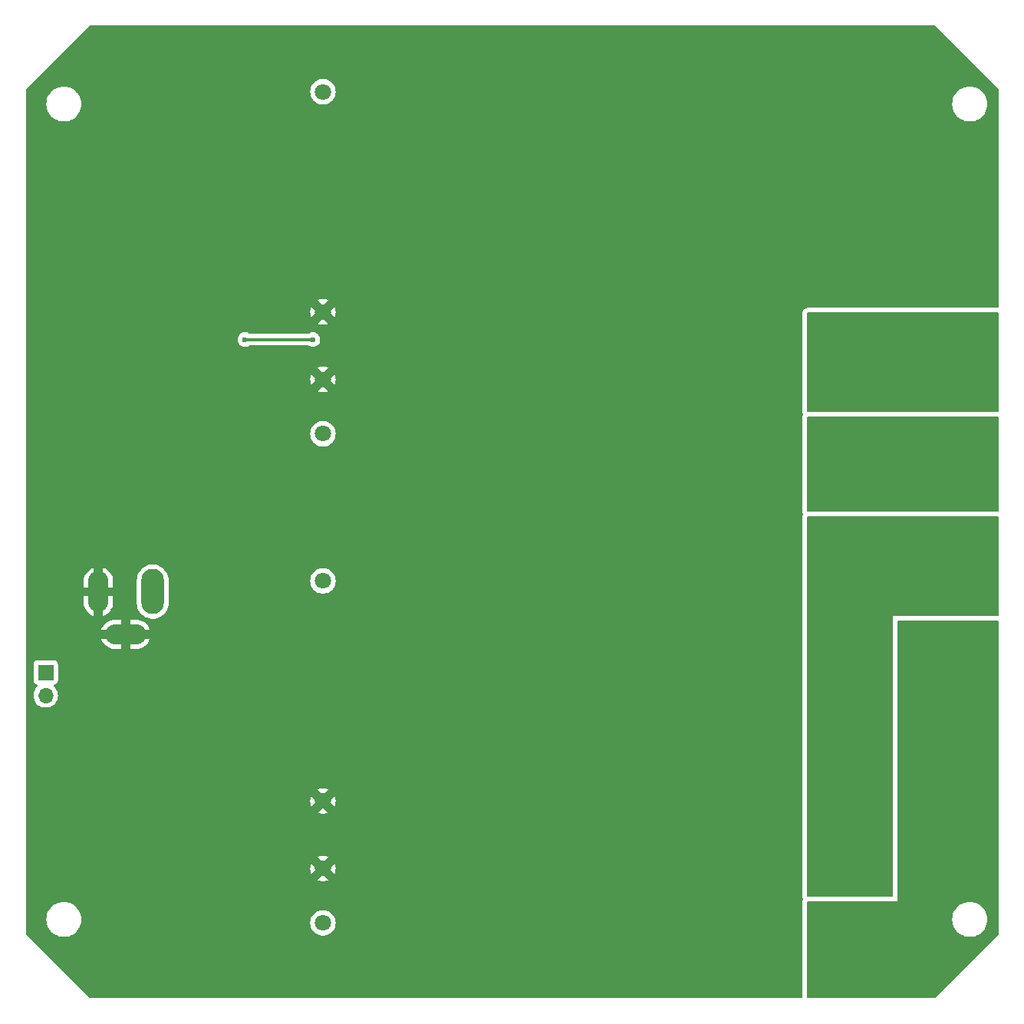
<source format=gbl>
G04 #@! TF.GenerationSoftware,KiCad,Pcbnew,7.0.7*
G04 #@! TF.CreationDate,2024-01-03T18:51:49-05:00*
G04 #@! TF.ProjectId,sunlight_pcb,73756e6c-6967-4687-945f-7063622e6b69,rev?*
G04 #@! TF.SameCoordinates,Original*
G04 #@! TF.FileFunction,Copper,L2,Bot*
G04 #@! TF.FilePolarity,Positive*
%FSLAX46Y46*%
G04 Gerber Fmt 4.6, Leading zero omitted, Abs format (unit mm)*
G04 Created by KiCad (PCBNEW 7.0.7) date 2024-01-03 18:51:49*
%MOMM*%
%LPD*%
G01*
G04 APERTURE LIST*
G04 Aperture macros list*
%AMRoundRect*
0 Rectangle with rounded corners*
0 $1 Rounding radius*
0 $2 $3 $4 $5 $6 $7 $8 $9 X,Y pos of 4 corners*
0 Add a 4 corners polygon primitive as box body*
4,1,4,$2,$3,$4,$5,$6,$7,$8,$9,$2,$3,0*
0 Add four circle primitives for the rounded corners*
1,1,$1+$1,$2,$3*
1,1,$1+$1,$4,$5*
1,1,$1+$1,$6,$7*
1,1,$1+$1,$8,$9*
0 Add four rect primitives between the rounded corners*
20,1,$1+$1,$2,$3,$4,$5,0*
20,1,$1+$1,$4,$5,$6,$7,0*
20,1,$1+$1,$6,$7,$8,$9,0*
20,1,$1+$1,$8,$9,$2,$3,0*%
G04 Aperture macros list end*
G04 #@! TA.AperFunction,ComponentPad*
%ADD10RoundRect,0.250002X-1.699998X-1.699998X1.699998X-1.699998X1.699998X1.699998X-1.699998X1.699998X0*%
G04 #@! TD*
G04 #@! TA.AperFunction,ComponentPad*
%ADD11RoundRect,0.250002X1.699998X1.699998X-1.699998X1.699998X-1.699998X-1.699998X1.699998X-1.699998X0*%
G04 #@! TD*
G04 #@! TA.AperFunction,ComponentPad*
%ADD12C,1.803400*%
G04 #@! TD*
G04 #@! TA.AperFunction,ComponentPad*
%ADD13O,1.700000X1.700000*%
G04 #@! TD*
G04 #@! TA.AperFunction,ComponentPad*
%ADD14R,1.700000X1.700000*%
G04 #@! TD*
G04 #@! TA.AperFunction,ComponentPad*
%ADD15O,4.500000X2.250000*%
G04 #@! TD*
G04 #@! TA.AperFunction,ComponentPad*
%ADD16O,2.250000X4.500000*%
G04 #@! TD*
G04 #@! TA.AperFunction,ComponentPad*
%ADD17O,2.500000X5.000000*%
G04 #@! TD*
G04 #@! TA.AperFunction,ViaPad*
%ADD18C,0.600000*%
G04 #@! TD*
G04 #@! TA.AperFunction,Conductor*
%ADD19C,0.300000*%
G04 #@! TD*
G04 APERTURE END LIST*
D10*
X186500000Y-107000000D03*
X186500000Y-97000000D03*
D11*
X186500000Y-83000000D03*
X186500000Y-73000000D03*
D12*
X176499997Y-130835101D03*
X176499997Y-136735101D03*
X115099997Y-135385101D03*
X115099997Y-129385101D03*
X115099997Y-121935100D03*
X115099997Y-97635101D03*
D13*
X84500000Y-110265000D03*
D14*
X84500000Y-107725000D03*
D15*
X93312500Y-103525000D03*
D16*
X90312500Y-98825000D03*
D17*
X96312500Y-98825000D03*
D12*
X176499997Y-76835101D03*
X176499997Y-82735101D03*
X115099997Y-81385101D03*
X115099997Y-75385101D03*
X115099997Y-67935100D03*
X115099997Y-43635101D03*
D18*
X95500000Y-72000000D03*
X88000000Y-101500000D03*
X87500000Y-99000000D03*
X92500000Y-96000000D03*
X91500000Y-95000000D03*
X95000000Y-106000000D03*
X93500000Y-101000000D03*
X88000000Y-69000000D03*
X88500000Y-72500000D03*
X104500000Y-110500000D03*
X100500000Y-110500000D03*
X100500000Y-103500000D03*
X100500000Y-102500000D03*
X99000000Y-128000000D03*
X87000000Y-110000000D03*
X91500000Y-111000000D03*
X93500000Y-106500000D03*
X98500000Y-105500000D03*
X185000000Y-120000000D03*
X180500000Y-140000000D03*
X174500000Y-95000000D03*
X173000000Y-116500000D03*
X179000000Y-86000000D03*
X173000000Y-86000000D03*
X180000000Y-72500000D03*
X173500000Y-72500000D03*
X154000000Y-108000000D03*
X134500000Y-109000000D03*
X154500000Y-65000000D03*
X135000000Y-65000000D03*
X86500000Y-60500000D03*
X106000000Y-53500000D03*
X105500000Y-63500000D03*
X105500000Y-60500000D03*
X91500000Y-72000000D03*
X99500000Y-72000000D03*
X114000000Y-71000000D03*
X106500000Y-71000000D03*
D19*
X106500000Y-71000000D02*
X114000000Y-71000000D01*
G04 #@! TA.AperFunction,Conductor*
G36*
X189642539Y-90525185D02*
G01*
X189688294Y-90577989D01*
X189699500Y-90629500D01*
X189699500Y-101370500D01*
X189679815Y-101437539D01*
X189627011Y-101483294D01*
X189575500Y-101494500D01*
X178624000Y-101494500D01*
X178623991Y-101494500D01*
X178623990Y-101494501D01*
X178576155Y-101499644D01*
X178569523Y-101500000D01*
X178000000Y-101500000D01*
X178000000Y-102076877D01*
X177998738Y-102094523D01*
X177994500Y-102123998D01*
X177994500Y-132370500D01*
X177974815Y-132437539D01*
X177922011Y-132483294D01*
X177870500Y-132494500D01*
X168624000Y-132494500D01*
X168556961Y-132474815D01*
X168511206Y-132422011D01*
X168500000Y-132370500D01*
X168500000Y-90629500D01*
X168519685Y-90562461D01*
X168572489Y-90516706D01*
X168624000Y-90505500D01*
X189575500Y-90505500D01*
X189642539Y-90525185D01*
G37*
G04 #@! TD.AperFunction*
G04 #@! TA.AperFunction,Conductor*
G36*
X189642539Y-102019685D02*
G01*
X189688294Y-102072489D01*
X189699500Y-102124000D01*
X189699500Y-136574166D01*
X189679815Y-136641205D01*
X189663181Y-136661847D01*
X182661848Y-143663181D01*
X182600525Y-143696666D01*
X182574167Y-143699500D01*
X168624000Y-143699500D01*
X168556961Y-143679815D01*
X168511206Y-143627011D01*
X168500000Y-143575500D01*
X168500000Y-135000001D01*
X184564569Y-135000001D01*
X184584269Y-135275442D01*
X184584270Y-135275449D01*
X184642966Y-135545267D01*
X184642968Y-135545274D01*
X184702884Y-135705917D01*
X184739470Y-135804008D01*
X184739472Y-135804012D01*
X184871808Y-136046367D01*
X184871813Y-136046375D01*
X185037292Y-136267430D01*
X185037308Y-136267448D01*
X185232551Y-136462691D01*
X185232569Y-136462707D01*
X185453624Y-136628186D01*
X185453632Y-136628191D01*
X185695987Y-136760527D01*
X185695991Y-136760529D01*
X185695993Y-136760530D01*
X185954726Y-136857032D01*
X186224559Y-136915731D01*
X186431056Y-136930500D01*
X186568944Y-136930500D01*
X186775441Y-136915731D01*
X187045274Y-136857032D01*
X187304007Y-136760530D01*
X187546373Y-136628188D01*
X187767438Y-136462701D01*
X187962701Y-136267438D01*
X188128188Y-136046373D01*
X188260530Y-135804007D01*
X188357032Y-135545274D01*
X188415731Y-135275441D01*
X188435431Y-135000000D01*
X188415731Y-134724559D01*
X188357032Y-134454726D01*
X188260530Y-134195993D01*
X188128188Y-133953627D01*
X188128186Y-133953624D01*
X187962707Y-133732569D01*
X187962691Y-133732551D01*
X187767448Y-133537308D01*
X187767430Y-133537292D01*
X187546375Y-133371813D01*
X187546367Y-133371808D01*
X187304012Y-133239472D01*
X187304008Y-133239470D01*
X187205917Y-133202884D01*
X187045274Y-133142968D01*
X187045270Y-133142967D01*
X187045267Y-133142966D01*
X186775449Y-133084270D01*
X186775442Y-133084269D01*
X186568944Y-133069500D01*
X186431056Y-133069500D01*
X186224557Y-133084269D01*
X186224550Y-133084270D01*
X185954732Y-133142966D01*
X185954727Y-133142967D01*
X185954726Y-133142968D01*
X185892172Y-133166299D01*
X185695991Y-133239470D01*
X185695987Y-133239472D01*
X185453632Y-133371808D01*
X185453624Y-133371813D01*
X185232569Y-133537292D01*
X185232551Y-133537308D01*
X185037308Y-133732551D01*
X185037292Y-133732569D01*
X184871813Y-133953624D01*
X184871808Y-133953632D01*
X184739472Y-134195987D01*
X184739470Y-134195991D01*
X184642966Y-134454732D01*
X184584270Y-134724550D01*
X184584269Y-134724557D01*
X184564569Y-134999998D01*
X184564569Y-135000001D01*
X168500000Y-135000001D01*
X168500000Y-133124000D01*
X168519685Y-133056961D01*
X168572489Y-133011206D01*
X168624000Y-133000000D01*
X178500000Y-133000000D01*
X178500000Y-102124000D01*
X178519685Y-102056961D01*
X178572489Y-102011206D01*
X178624000Y-102000000D01*
X189575500Y-102000000D01*
X189642539Y-102019685D01*
G37*
G04 #@! TD.AperFunction*
G04 #@! TA.AperFunction,Conductor*
G36*
X189642539Y-68019685D02*
G01*
X189688294Y-68072489D01*
X189699500Y-68124000D01*
X189699500Y-78870500D01*
X189679815Y-78937539D01*
X189627011Y-78983294D01*
X189575500Y-78994500D01*
X168624000Y-78994500D01*
X168556961Y-78974815D01*
X168511206Y-78922011D01*
X168500000Y-78870500D01*
X168500000Y-68124000D01*
X168519685Y-68056961D01*
X168572489Y-68011206D01*
X168624000Y-68000000D01*
X189575500Y-68000000D01*
X189642539Y-68019685D01*
G37*
G04 #@! TD.AperFunction*
G04 #@! TA.AperFunction,Conductor*
G36*
X189642539Y-79519685D02*
G01*
X189688294Y-79572489D01*
X189699500Y-79624000D01*
X189699500Y-89876000D01*
X189679815Y-89943039D01*
X189627011Y-89988794D01*
X189575500Y-90000000D01*
X168624000Y-90000000D01*
X168556961Y-89980315D01*
X168511206Y-89927511D01*
X168500000Y-89876000D01*
X168500000Y-79624000D01*
X168519685Y-79556961D01*
X168572489Y-79511206D01*
X168624000Y-79500000D01*
X189575500Y-79500000D01*
X189642539Y-79519685D01*
G37*
G04 #@! TD.AperFunction*
G04 #@! TA.AperFunction,Conductor*
G36*
X182641206Y-36320185D02*
G01*
X182661847Y-36336818D01*
X189663182Y-43338153D01*
X189696666Y-43399474D01*
X189699500Y-43425832D01*
X189699500Y-67370500D01*
X189679815Y-67437539D01*
X189627011Y-67483294D01*
X189575500Y-67494500D01*
X168624000Y-67494500D01*
X168623991Y-67494500D01*
X168623990Y-67494501D01*
X168516549Y-67506052D01*
X168516537Y-67506054D01*
X168465027Y-67517260D01*
X168362502Y-67551383D01*
X168362496Y-67551386D01*
X168241462Y-67629171D01*
X168241451Y-67629179D01*
X168188659Y-67674923D01*
X168094433Y-67783664D01*
X168094430Y-67783668D01*
X168034664Y-67914534D01*
X168014978Y-67981575D01*
X168014976Y-67981580D01*
X167998595Y-68095516D01*
X167994500Y-68124000D01*
X167994500Y-78870500D01*
X167994501Y-78870509D01*
X168006052Y-78977950D01*
X168006054Y-78977962D01*
X168017260Y-79029472D01*
X168051383Y-79131997D01*
X168051386Y-79132003D01*
X168080433Y-79177200D01*
X168100118Y-79244240D01*
X168088912Y-79295752D01*
X168034664Y-79414534D01*
X168014978Y-79481575D01*
X168014976Y-79481580D01*
X167998595Y-79595516D01*
X167994500Y-79624000D01*
X167994500Y-89876000D01*
X167994501Y-89876009D01*
X168006052Y-89983450D01*
X168006054Y-89983462D01*
X168017260Y-90034972D01*
X168051383Y-90137497D01*
X168051386Y-90137503D01*
X168080433Y-90182700D01*
X168100118Y-90249740D01*
X168088912Y-90301252D01*
X168034664Y-90420034D01*
X168014978Y-90487075D01*
X168014976Y-90487080D01*
X167998595Y-90601016D01*
X167994500Y-90629500D01*
X167994500Y-132370500D01*
X167994501Y-132370509D01*
X168006052Y-132477950D01*
X168006054Y-132477962D01*
X168017260Y-132529472D01*
X168051383Y-132631997D01*
X168051386Y-132632003D01*
X168080433Y-132677200D01*
X168100118Y-132744240D01*
X168088912Y-132795752D01*
X168034664Y-132914534D01*
X168014978Y-132981575D01*
X168014976Y-132981580D01*
X167994500Y-133124001D01*
X167994500Y-143575500D01*
X167974815Y-143642539D01*
X167922011Y-143688294D01*
X167870500Y-143699500D01*
X89425834Y-143699500D01*
X89358795Y-143679815D01*
X89338153Y-143663181D01*
X82336819Y-136661847D01*
X82303334Y-136600524D01*
X82300500Y-136574166D01*
X82300500Y-135000001D01*
X84564569Y-135000001D01*
X84584269Y-135275442D01*
X84584270Y-135275449D01*
X84608124Y-135385101D01*
X84642968Y-135545274D01*
X84669602Y-135616683D01*
X84739470Y-135804008D01*
X84739472Y-135804012D01*
X84871808Y-136046367D01*
X84871813Y-136046375D01*
X85037292Y-136267430D01*
X85037308Y-136267448D01*
X85232551Y-136462691D01*
X85232569Y-136462707D01*
X85453624Y-136628186D01*
X85453632Y-136628191D01*
X85695987Y-136760527D01*
X85695991Y-136760529D01*
X85695993Y-136760530D01*
X85954726Y-136857032D01*
X86224559Y-136915731D01*
X86431056Y-136930500D01*
X86568944Y-136930500D01*
X86775441Y-136915731D01*
X87045274Y-136857032D01*
X87304007Y-136760530D01*
X87546373Y-136628188D01*
X87767438Y-136462701D01*
X87962701Y-136267438D01*
X88128188Y-136046373D01*
X88260530Y-135804007D01*
X88357032Y-135545274D01*
X88391875Y-135385106D01*
X113692991Y-135385106D01*
X113712180Y-135616683D01*
X113769226Y-135841955D01*
X113862572Y-136054763D01*
X113989670Y-136249299D01*
X113989672Y-136249302D01*
X114147058Y-136420269D01*
X114147061Y-136420271D01*
X114147064Y-136420274D01*
X114330429Y-136562993D01*
X114330435Y-136562997D01*
X114330438Y-136562999D01*
X114534809Y-136673600D01*
X114754597Y-136749053D01*
X114983807Y-136787301D01*
X115216187Y-136787301D01*
X115445397Y-136749053D01*
X115665185Y-136673600D01*
X115869556Y-136562999D01*
X116052936Y-136420269D01*
X116210322Y-136249302D01*
X116337422Y-136054762D01*
X116430768Y-135841955D01*
X116487813Y-135616687D01*
X116507003Y-135385101D01*
X116487813Y-135153515D01*
X116430768Y-134928247D01*
X116337422Y-134715440D01*
X116210322Y-134520900D01*
X116052936Y-134349933D01*
X116052931Y-134349929D01*
X116052929Y-134349927D01*
X115869564Y-134207208D01*
X115869558Y-134207204D01*
X115665185Y-134096602D01*
X115665177Y-134096599D01*
X115445399Y-134021149D01*
X115216187Y-133982901D01*
X114983807Y-133982901D01*
X114754594Y-134021149D01*
X114534816Y-134096599D01*
X114534808Y-134096602D01*
X114330435Y-134207204D01*
X114330429Y-134207208D01*
X114147064Y-134349927D01*
X114147061Y-134349930D01*
X113989673Y-134520898D01*
X113989670Y-134520902D01*
X113862572Y-134715438D01*
X113769226Y-134928246D01*
X113712180Y-135153518D01*
X113692991Y-135385095D01*
X113692991Y-135385106D01*
X88391875Y-135385106D01*
X88415731Y-135275441D01*
X88435431Y-135000000D01*
X88415731Y-134724559D01*
X88357032Y-134454726D01*
X88260530Y-134195993D01*
X88206258Y-134096602D01*
X88128191Y-133953632D01*
X88128186Y-133953624D01*
X87962707Y-133732569D01*
X87962691Y-133732551D01*
X87767448Y-133537308D01*
X87767430Y-133537292D01*
X87546375Y-133371813D01*
X87546367Y-133371808D01*
X87304012Y-133239472D01*
X87304008Y-133239470D01*
X87205917Y-133202884D01*
X87045274Y-133142968D01*
X87045270Y-133142967D01*
X87045267Y-133142966D01*
X86775449Y-133084270D01*
X86775442Y-133084269D01*
X86568944Y-133069500D01*
X86431056Y-133069500D01*
X86224557Y-133084269D01*
X86224550Y-133084270D01*
X85954732Y-133142966D01*
X85954727Y-133142967D01*
X85954726Y-133142968D01*
X85892172Y-133166299D01*
X85695991Y-133239470D01*
X85695987Y-133239472D01*
X85453632Y-133371808D01*
X85453624Y-133371813D01*
X85232569Y-133537292D01*
X85232551Y-133537308D01*
X85037308Y-133732551D01*
X85037292Y-133732569D01*
X84871813Y-133953624D01*
X84871808Y-133953632D01*
X84739472Y-134195987D01*
X84739470Y-134195991D01*
X84642966Y-134454732D01*
X84584270Y-134724550D01*
X84584269Y-134724557D01*
X84564569Y-134999998D01*
X84564569Y-135000001D01*
X82300500Y-135000001D01*
X82300500Y-129385106D01*
X113693493Y-129385106D01*
X113712675Y-129616600D01*
X113769701Y-129841792D01*
X113820465Y-129957524D01*
X114269487Y-129508503D01*
X114330810Y-129475018D01*
X114400502Y-129480002D01*
X114456435Y-129521874D01*
X114475099Y-129557865D01*
X114509282Y-129663070D01*
X114509283Y-129663072D01*
X114509284Y-129663074D01*
X114596968Y-129801242D01*
X114716259Y-129913263D01*
X114716267Y-129913269D01*
X114859664Y-129992102D01*
X114859668Y-129992104D01*
X114919986Y-130007591D01*
X114980022Y-130043327D01*
X115011208Y-130105850D01*
X115003641Y-130175309D01*
X114976828Y-130215375D01*
X114524664Y-130667539D01*
X114535007Y-130673137D01*
X114535022Y-130673144D01*
X114754718Y-130748565D01*
X114983850Y-130786801D01*
X115216144Y-130786801D01*
X115445275Y-130748565D01*
X115664983Y-130673139D01*
X115675328Y-130667540D01*
X115675329Y-130667539D01*
X115225966Y-130218176D01*
X115192481Y-130156853D01*
X115197465Y-130087161D01*
X115239337Y-130031228D01*
X115267996Y-130015204D01*
X115414509Y-129957196D01*
X115414516Y-129957191D01*
X115546900Y-129861009D01*
X115546900Y-129861007D01*
X115546902Y-129861007D01*
X115651215Y-129734914D01*
X115720892Y-129586842D01*
X115723138Y-129575067D01*
X115755034Y-129512904D01*
X115815475Y-129477852D01*
X115885272Y-129481042D01*
X115932623Y-129510619D01*
X116379526Y-129957524D01*
X116379527Y-129957523D01*
X116430292Y-129841795D01*
X116487318Y-129616600D01*
X116506501Y-129385106D01*
X116506501Y-129385095D01*
X116487318Y-129153601D01*
X116430293Y-128928412D01*
X116379526Y-128812676D01*
X115930506Y-129261697D01*
X115869183Y-129295182D01*
X115799491Y-129290198D01*
X115743558Y-129248326D01*
X115724894Y-129212334D01*
X115715480Y-129183360D01*
X115690712Y-129107132D01*
X115690710Y-129107129D01*
X115690710Y-129107128D01*
X115603025Y-128968959D01*
X115483734Y-128856938D01*
X115483726Y-128856932D01*
X115340329Y-128778099D01*
X115340319Y-128778096D01*
X115280009Y-128762611D01*
X115219971Y-128726873D01*
X115188785Y-128664349D01*
X115196353Y-128594891D01*
X115223165Y-128554826D01*
X115675328Y-128102661D01*
X115675328Y-128102659D01*
X115664993Y-128097067D01*
X115664979Y-128097060D01*
X115445275Y-128021636D01*
X115216144Y-127983401D01*
X114983850Y-127983401D01*
X114754716Y-128021636D01*
X114535023Y-128097056D01*
X114535008Y-128097063D01*
X114524663Y-128102660D01*
X114974028Y-128552025D01*
X115007513Y-128613348D01*
X115002529Y-128683040D01*
X114960657Y-128738973D01*
X114931995Y-128754998D01*
X114785486Y-128813005D01*
X114785477Y-128813010D01*
X114653093Y-128909192D01*
X114653091Y-128909195D01*
X114548780Y-129035286D01*
X114479101Y-129183360D01*
X114479100Y-129183363D01*
X114476854Y-129195140D01*
X114444953Y-129257302D01*
X114384510Y-129292350D01*
X114314713Y-129289155D01*
X114267370Y-129259581D01*
X113820465Y-128812676D01*
X113769700Y-128928411D01*
X113712675Y-129153601D01*
X113693493Y-129385095D01*
X113693493Y-129385106D01*
X82300500Y-129385106D01*
X82300500Y-121935105D01*
X113693493Y-121935105D01*
X113712675Y-122166599D01*
X113769701Y-122391791D01*
X113820465Y-122507522D01*
X113820466Y-122507523D01*
X114269487Y-122058501D01*
X114330810Y-122025016D01*
X114400501Y-122030000D01*
X114456435Y-122071871D01*
X114475099Y-122107864D01*
X114509283Y-122213072D01*
X114596968Y-122351241D01*
X114716259Y-122463262D01*
X114716267Y-122463268D01*
X114859664Y-122542101D01*
X114859668Y-122542103D01*
X114919986Y-122557590D01*
X114980022Y-122593326D01*
X115011208Y-122655849D01*
X115003641Y-122725308D01*
X114976828Y-122765374D01*
X114524664Y-123217538D01*
X114535007Y-123223136D01*
X114535022Y-123223143D01*
X114754718Y-123298564D01*
X114983850Y-123336800D01*
X115216144Y-123336800D01*
X115445275Y-123298564D01*
X115664983Y-123223138D01*
X115675328Y-123217539D01*
X115675329Y-123217538D01*
X115225966Y-122768175D01*
X115192481Y-122706852D01*
X115197465Y-122637160D01*
X115239337Y-122581227D01*
X115267996Y-122565203D01*
X115414509Y-122507195D01*
X115414516Y-122507190D01*
X115546900Y-122411008D01*
X115546900Y-122411006D01*
X115546902Y-122411006D01*
X115651215Y-122284913D01*
X115720892Y-122136841D01*
X115723138Y-122125066D01*
X115755035Y-122062903D01*
X115815477Y-122027853D01*
X115885274Y-122031044D01*
X115932623Y-122060620D01*
X116379526Y-122507523D01*
X116379527Y-122507522D01*
X116430292Y-122391794D01*
X116487318Y-122166599D01*
X116506501Y-121935105D01*
X116506501Y-121935094D01*
X116487318Y-121703600D01*
X116430293Y-121478411D01*
X116379526Y-121362675D01*
X115930506Y-121811697D01*
X115869183Y-121845182D01*
X115799492Y-121840198D01*
X115743558Y-121798327D01*
X115724894Y-121762334D01*
X115715483Y-121733369D01*
X115690712Y-121657131D01*
X115690710Y-121657128D01*
X115690710Y-121657127D01*
X115603025Y-121518958D01*
X115483734Y-121406937D01*
X115483726Y-121406931D01*
X115340329Y-121328098D01*
X115340319Y-121328095D01*
X115280009Y-121312610D01*
X115219971Y-121276872D01*
X115188785Y-121214348D01*
X115196353Y-121144890D01*
X115223165Y-121104825D01*
X115675328Y-120652660D01*
X115675328Y-120652658D01*
X115664993Y-120647066D01*
X115664979Y-120647059D01*
X115445275Y-120571635D01*
X115216144Y-120533400D01*
X114983850Y-120533400D01*
X114754716Y-120571635D01*
X114535023Y-120647055D01*
X114535008Y-120647062D01*
X114524663Y-120652659D01*
X114974028Y-121102024D01*
X115007513Y-121163347D01*
X115002529Y-121233039D01*
X114960657Y-121288972D01*
X114931995Y-121304997D01*
X114785486Y-121363004D01*
X114785477Y-121363009D01*
X114653093Y-121459191D01*
X114653091Y-121459194D01*
X114548780Y-121585285D01*
X114479101Y-121733359D01*
X114479098Y-121733369D01*
X114476853Y-121745139D01*
X114444953Y-121807301D01*
X114384508Y-121842348D01*
X114314712Y-121839153D01*
X114267370Y-121809579D01*
X113820465Y-121362675D01*
X113769700Y-121478410D01*
X113712675Y-121703600D01*
X113693493Y-121935094D01*
X113693493Y-121935105D01*
X82300500Y-121935105D01*
X82300500Y-110265000D01*
X83144341Y-110265000D01*
X83164936Y-110500403D01*
X83164938Y-110500413D01*
X83226094Y-110728655D01*
X83226096Y-110728659D01*
X83226097Y-110728663D01*
X83325965Y-110942829D01*
X83325965Y-110942830D01*
X83325967Y-110942834D01*
X83434281Y-111097521D01*
X83461505Y-111136401D01*
X83628599Y-111303495D01*
X83725384Y-111371264D01*
X83822165Y-111439032D01*
X83822167Y-111439033D01*
X83822170Y-111439035D01*
X84036337Y-111538903D01*
X84264592Y-111600063D01*
X84452918Y-111616539D01*
X84499999Y-111620659D01*
X84500000Y-111620659D01*
X84500001Y-111620659D01*
X84539234Y-111617226D01*
X84735408Y-111600063D01*
X84963663Y-111538903D01*
X85177830Y-111439035D01*
X85371401Y-111303495D01*
X85538495Y-111136401D01*
X85674035Y-110942830D01*
X85773903Y-110728663D01*
X85835063Y-110500408D01*
X85855659Y-110265000D01*
X85835063Y-110029592D01*
X85773903Y-109801337D01*
X85674035Y-109587171D01*
X85538495Y-109393599D01*
X85416567Y-109271671D01*
X85383084Y-109210351D01*
X85388068Y-109140659D01*
X85429939Y-109084725D01*
X85460915Y-109067810D01*
X85592331Y-109018796D01*
X85707546Y-108932546D01*
X85793796Y-108817331D01*
X85844091Y-108682483D01*
X85850500Y-108622873D01*
X85850499Y-106827128D01*
X85844091Y-106767517D01*
X85793796Y-106632669D01*
X85793795Y-106632668D01*
X85793793Y-106632664D01*
X85707547Y-106517455D01*
X85707544Y-106517452D01*
X85592335Y-106431206D01*
X85592328Y-106431202D01*
X85457482Y-106380908D01*
X85457483Y-106380908D01*
X85397883Y-106374501D01*
X85397881Y-106374500D01*
X85397873Y-106374500D01*
X85397864Y-106374500D01*
X83602129Y-106374500D01*
X83602123Y-106374501D01*
X83542516Y-106380908D01*
X83407671Y-106431202D01*
X83407664Y-106431206D01*
X83292455Y-106517452D01*
X83292452Y-106517455D01*
X83206206Y-106632664D01*
X83206202Y-106632671D01*
X83155908Y-106767517D01*
X83149501Y-106827116D01*
X83149501Y-106827123D01*
X83149500Y-106827135D01*
X83149500Y-108622870D01*
X83149501Y-108622876D01*
X83155908Y-108682483D01*
X83206202Y-108817328D01*
X83206206Y-108817335D01*
X83292452Y-108932544D01*
X83292455Y-108932547D01*
X83407664Y-109018793D01*
X83407671Y-109018797D01*
X83539081Y-109067810D01*
X83595015Y-109109681D01*
X83619432Y-109175145D01*
X83604580Y-109243418D01*
X83583430Y-109271673D01*
X83461503Y-109393600D01*
X83325965Y-109587169D01*
X83325964Y-109587171D01*
X83226098Y-109801335D01*
X83226094Y-109801344D01*
X83164938Y-110029586D01*
X83164936Y-110029596D01*
X83144341Y-110264999D01*
X83144341Y-110265000D01*
X82300500Y-110265000D01*
X82300500Y-104025000D01*
X90636365Y-104025000D01*
X90637255Y-104028708D01*
X90735134Y-104265012D01*
X90735136Y-104265015D01*
X90868778Y-104483100D01*
X90868779Y-104483102D01*
X91034898Y-104677601D01*
X91229397Y-104843720D01*
X91229399Y-104843721D01*
X91447484Y-104977363D01*
X91447487Y-104977365D01*
X91683797Y-105075247D01*
X91932511Y-105134957D01*
X91932510Y-105134957D01*
X92123648Y-105150000D01*
X92812500Y-105150000D01*
X92812500Y-104149000D01*
X92832185Y-104081961D01*
X92884989Y-104036206D01*
X92936500Y-104025000D01*
X93688500Y-104025000D01*
X93755539Y-104044685D01*
X93801294Y-104097489D01*
X93812500Y-104149000D01*
X93812500Y-105150000D01*
X94501352Y-105150000D01*
X94692488Y-105134957D01*
X94941202Y-105075247D01*
X95177512Y-104977365D01*
X95177515Y-104977363D01*
X95395600Y-104843721D01*
X95395602Y-104843720D01*
X95590101Y-104677601D01*
X95756220Y-104483102D01*
X95756221Y-104483100D01*
X95889863Y-104265015D01*
X95889865Y-104265012D01*
X95987744Y-104028708D01*
X95988635Y-104025000D01*
X94812610Y-104025000D01*
X94745571Y-104005315D01*
X94699816Y-103952511D01*
X94689872Y-103883353D01*
X94708293Y-103833963D01*
X94771993Y-103734844D01*
X94812500Y-103596889D01*
X94812500Y-103453111D01*
X94771993Y-103315156D01*
X94708293Y-103216036D01*
X94688610Y-103149000D01*
X94708295Y-103081960D01*
X94761099Y-103036205D01*
X94812610Y-103025000D01*
X95988634Y-103025000D01*
X95987744Y-103021291D01*
X95889865Y-102784987D01*
X95889863Y-102784984D01*
X95756221Y-102566899D01*
X95756220Y-102566897D01*
X95590101Y-102372398D01*
X95395602Y-102206279D01*
X95395600Y-102206278D01*
X95177515Y-102072636D01*
X95177512Y-102072634D01*
X94941202Y-101974752D01*
X94692488Y-101915042D01*
X94692489Y-101915042D01*
X94501352Y-101900000D01*
X93812500Y-101900000D01*
X93812500Y-102901000D01*
X93792815Y-102968039D01*
X93740011Y-103013794D01*
X93688500Y-103025000D01*
X92936500Y-103025000D01*
X92869461Y-103005315D01*
X92823706Y-102952511D01*
X92812500Y-102901000D01*
X92812500Y-101900000D01*
X92123648Y-101900000D01*
X91932511Y-101915042D01*
X91683797Y-101974752D01*
X91447487Y-102072634D01*
X91447484Y-102072636D01*
X91229399Y-102206278D01*
X91229397Y-102206279D01*
X91034898Y-102372398D01*
X90868779Y-102566897D01*
X90868778Y-102566899D01*
X90735136Y-102784984D01*
X90735134Y-102784987D01*
X90637255Y-103021291D01*
X90636365Y-103025000D01*
X91812390Y-103025000D01*
X91879429Y-103044685D01*
X91925184Y-103097489D01*
X91935128Y-103166647D01*
X91916706Y-103216036D01*
X91858852Y-103306060D01*
X91853005Y-103315159D01*
X91812500Y-103453110D01*
X91812500Y-103596889D01*
X91853005Y-103734840D01*
X91853006Y-103734842D01*
X91853007Y-103734844D01*
X91916706Y-103833963D01*
X91936390Y-103901000D01*
X91916705Y-103968040D01*
X91863901Y-104013795D01*
X91812390Y-104025000D01*
X90636365Y-104025000D01*
X82300500Y-104025000D01*
X82300500Y-100013852D01*
X88687500Y-100013852D01*
X88702542Y-100204988D01*
X88762252Y-100453702D01*
X88860134Y-100690012D01*
X88860136Y-100690015D01*
X88993778Y-100908100D01*
X88993779Y-100908102D01*
X89159898Y-101102601D01*
X89354397Y-101268720D01*
X89354399Y-101268721D01*
X89572484Y-101402363D01*
X89572487Y-101402365D01*
X89808791Y-101500244D01*
X89812500Y-101501134D01*
X89812500Y-100325110D01*
X89832185Y-100258071D01*
X89884989Y-100212316D01*
X89954147Y-100202372D01*
X90003536Y-100220793D01*
X90102656Y-100284493D01*
X90102658Y-100284493D01*
X90102659Y-100284494D01*
X90240610Y-100325000D01*
X90240611Y-100325000D01*
X90384389Y-100325000D01*
X90522344Y-100284493D01*
X90621463Y-100220793D01*
X90688500Y-100201110D01*
X90755540Y-100220795D01*
X90801295Y-100273599D01*
X90812500Y-100325110D01*
X90812500Y-101501134D01*
X90816208Y-101500244D01*
X91052512Y-101402365D01*
X91052515Y-101402363D01*
X91270600Y-101268721D01*
X91270602Y-101268720D01*
X91465101Y-101102601D01*
X91631220Y-100908102D01*
X91631221Y-100908100D01*
X91764863Y-100690015D01*
X91764865Y-100690012D01*
X91862747Y-100453702D01*
X91922457Y-100204988D01*
X91927532Y-100140500D01*
X94562000Y-100140500D01*
X94576696Y-100336620D01*
X94576697Y-100336625D01*
X94635076Y-100592402D01*
X94635078Y-100592411D01*
X94635080Y-100592416D01*
X94730932Y-100836643D01*
X94862114Y-101063857D01*
X94994236Y-101229533D01*
X95025698Y-101268985D01*
X95169447Y-101402363D01*
X95218021Y-101447433D01*
X95434796Y-101595228D01*
X95434801Y-101595230D01*
X95434802Y-101595231D01*
X95434803Y-101595232D01*
X95560343Y-101655688D01*
X95671173Y-101709061D01*
X95671174Y-101709061D01*
X95671177Y-101709063D01*
X95921885Y-101786396D01*
X96181318Y-101825500D01*
X96443682Y-101825500D01*
X96703115Y-101786396D01*
X96953823Y-101709063D01*
X97190204Y-101595228D01*
X97406979Y-101447433D01*
X97599305Y-101268981D01*
X97762886Y-101063857D01*
X97894068Y-100836643D01*
X97989920Y-100592416D01*
X98048302Y-100336630D01*
X98048303Y-100336620D01*
X98063000Y-100140500D01*
X98063000Y-97635106D01*
X113692991Y-97635106D01*
X113712180Y-97866683D01*
X113769226Y-98091955D01*
X113862572Y-98304763D01*
X113923154Y-98397489D01*
X113989672Y-98499302D01*
X114147058Y-98670269D01*
X114147061Y-98670271D01*
X114147064Y-98670274D01*
X114330429Y-98812993D01*
X114330435Y-98812997D01*
X114330438Y-98812999D01*
X114534809Y-98923600D01*
X114754597Y-98999053D01*
X114983807Y-99037301D01*
X115216187Y-99037301D01*
X115445397Y-98999053D01*
X115665185Y-98923600D01*
X115869556Y-98812999D01*
X116052936Y-98670269D01*
X116210322Y-98499302D01*
X116337422Y-98304762D01*
X116430768Y-98091955D01*
X116487813Y-97866687D01*
X116503060Y-97682685D01*
X116507003Y-97635106D01*
X116507003Y-97635095D01*
X116487813Y-97403518D01*
X116487813Y-97403515D01*
X116430768Y-97178247D01*
X116337422Y-96965440D01*
X116333859Y-96959987D01*
X116210323Y-96770902D01*
X116210322Y-96770900D01*
X116052936Y-96599933D01*
X116052931Y-96599929D01*
X116052929Y-96599927D01*
X115869564Y-96457208D01*
X115869558Y-96457204D01*
X115665185Y-96346602D01*
X115665177Y-96346599D01*
X115445399Y-96271149D01*
X115216187Y-96232901D01*
X114983807Y-96232901D01*
X114754594Y-96271149D01*
X114534816Y-96346599D01*
X114534808Y-96346602D01*
X114330435Y-96457204D01*
X114330429Y-96457208D01*
X114147064Y-96599927D01*
X114147061Y-96599930D01*
X113989673Y-96770898D01*
X113989670Y-96770902D01*
X113862572Y-96965438D01*
X113769226Y-97178246D01*
X113712180Y-97403518D01*
X113692991Y-97635095D01*
X113692991Y-97635106D01*
X98063000Y-97635106D01*
X98063000Y-97509500D01*
X98048303Y-97313379D01*
X98048302Y-97313374D01*
X98048302Y-97313370D01*
X97989920Y-97057584D01*
X97894068Y-96813357D01*
X97762886Y-96586143D01*
X97599305Y-96381019D01*
X97599304Y-96381018D01*
X97599301Y-96381014D01*
X97406979Y-96202567D01*
X97190204Y-96054772D01*
X97190200Y-96054770D01*
X97190197Y-96054768D01*
X97190196Y-96054767D01*
X96953825Y-95940938D01*
X96953827Y-95940938D01*
X96703123Y-95863606D01*
X96703119Y-95863605D01*
X96703115Y-95863604D01*
X96578323Y-95844794D01*
X96443687Y-95824500D01*
X96443682Y-95824500D01*
X96181318Y-95824500D01*
X96181312Y-95824500D01*
X96019747Y-95848853D01*
X95921885Y-95863604D01*
X95921881Y-95863605D01*
X95921882Y-95863605D01*
X95921876Y-95863606D01*
X95671173Y-95940938D01*
X95434803Y-96054767D01*
X95434802Y-96054768D01*
X95218020Y-96202567D01*
X95025698Y-96381014D01*
X94862114Y-96586143D01*
X94730932Y-96813356D01*
X94635082Y-97057578D01*
X94635076Y-97057597D01*
X94576697Y-97313374D01*
X94576696Y-97313379D01*
X94562000Y-97509500D01*
X94562000Y-100140500D01*
X91927532Y-100140500D01*
X91937500Y-100013852D01*
X91937500Y-99325000D01*
X90936500Y-99325000D01*
X90869461Y-99305315D01*
X90823706Y-99252511D01*
X90812500Y-99201000D01*
X90812500Y-98449000D01*
X90832185Y-98381961D01*
X90884989Y-98336206D01*
X90936500Y-98325000D01*
X91937500Y-98325000D01*
X91937500Y-97636148D01*
X91922457Y-97445011D01*
X91862747Y-97196297D01*
X91764865Y-96959987D01*
X91764863Y-96959984D01*
X91631221Y-96741899D01*
X91631220Y-96741897D01*
X91465101Y-96547398D01*
X91270602Y-96381279D01*
X91270600Y-96381278D01*
X91052515Y-96247636D01*
X91052512Y-96247634D01*
X90816212Y-96149756D01*
X90816201Y-96149753D01*
X90812500Y-96148864D01*
X90812500Y-97324889D01*
X90792815Y-97391928D01*
X90740011Y-97437683D01*
X90670853Y-97447627D01*
X90621462Y-97429205D01*
X90522342Y-97365506D01*
X90384390Y-97325000D01*
X90384389Y-97325000D01*
X90240611Y-97325000D01*
X90240610Y-97325000D01*
X90102657Y-97365506D01*
X90003538Y-97429205D01*
X89936499Y-97448889D01*
X89869459Y-97429204D01*
X89823705Y-97376399D01*
X89812500Y-97324889D01*
X89812500Y-96148864D01*
X89812499Y-96148864D01*
X89808798Y-96149753D01*
X89808787Y-96149756D01*
X89572487Y-96247634D01*
X89572484Y-96247636D01*
X89354399Y-96381278D01*
X89354397Y-96381279D01*
X89159898Y-96547398D01*
X88993779Y-96741897D01*
X88993778Y-96741899D01*
X88860136Y-96959984D01*
X88860134Y-96959987D01*
X88762252Y-97196297D01*
X88702542Y-97445011D01*
X88687500Y-97636148D01*
X88687500Y-98325000D01*
X89688500Y-98325000D01*
X89755539Y-98344685D01*
X89801294Y-98397489D01*
X89812500Y-98449000D01*
X89812500Y-99201000D01*
X89792815Y-99268039D01*
X89740011Y-99313794D01*
X89688500Y-99325000D01*
X88687500Y-99325000D01*
X88687500Y-100013852D01*
X82300500Y-100013852D01*
X82300500Y-81385106D01*
X113692991Y-81385106D01*
X113712180Y-81616683D01*
X113769226Y-81841955D01*
X113862572Y-82054763D01*
X113989670Y-82249299D01*
X113989672Y-82249302D01*
X114147058Y-82420269D01*
X114147061Y-82420271D01*
X114147064Y-82420274D01*
X114330429Y-82562993D01*
X114330435Y-82562997D01*
X114330438Y-82562999D01*
X114534809Y-82673600D01*
X114754597Y-82749053D01*
X114983807Y-82787301D01*
X115216187Y-82787301D01*
X115445397Y-82749053D01*
X115665185Y-82673600D01*
X115869556Y-82562999D01*
X116052936Y-82420269D01*
X116210322Y-82249302D01*
X116337422Y-82054762D01*
X116430768Y-81841955D01*
X116487813Y-81616687D01*
X116507003Y-81385101D01*
X116487813Y-81153515D01*
X116430768Y-80928247D01*
X116337422Y-80715440D01*
X116210322Y-80520900D01*
X116052936Y-80349933D01*
X116052931Y-80349929D01*
X116052929Y-80349927D01*
X115869564Y-80207208D01*
X115869558Y-80207204D01*
X115665185Y-80096602D01*
X115665177Y-80096599D01*
X115445399Y-80021149D01*
X115216187Y-79982901D01*
X114983807Y-79982901D01*
X114754594Y-80021149D01*
X114534816Y-80096599D01*
X114534808Y-80096602D01*
X114330435Y-80207204D01*
X114330429Y-80207208D01*
X114147064Y-80349927D01*
X114147061Y-80349930D01*
X113989673Y-80520898D01*
X113989670Y-80520902D01*
X113862572Y-80715438D01*
X113769226Y-80928246D01*
X113712180Y-81153518D01*
X113692991Y-81385095D01*
X113692991Y-81385106D01*
X82300500Y-81385106D01*
X82300500Y-75385106D01*
X113693493Y-75385106D01*
X113712675Y-75616600D01*
X113769701Y-75841792D01*
X113820465Y-75957524D01*
X114269487Y-75508503D01*
X114330810Y-75475018D01*
X114400502Y-75480002D01*
X114456435Y-75521874D01*
X114475099Y-75557865D01*
X114509282Y-75663070D01*
X114509283Y-75663072D01*
X114509284Y-75663074D01*
X114596968Y-75801242D01*
X114716259Y-75913263D01*
X114716267Y-75913269D01*
X114859664Y-75992102D01*
X114859668Y-75992104D01*
X114919986Y-76007591D01*
X114980022Y-76043327D01*
X115011208Y-76105850D01*
X115003641Y-76175309D01*
X114976828Y-76215375D01*
X114524664Y-76667539D01*
X114535007Y-76673137D01*
X114535022Y-76673144D01*
X114754718Y-76748565D01*
X114983850Y-76786801D01*
X115216144Y-76786801D01*
X115445275Y-76748565D01*
X115664983Y-76673139D01*
X115675328Y-76667540D01*
X115675329Y-76667539D01*
X115225966Y-76218176D01*
X115192481Y-76156853D01*
X115197465Y-76087161D01*
X115239337Y-76031228D01*
X115267996Y-76015204D01*
X115414509Y-75957196D01*
X115414516Y-75957191D01*
X115546900Y-75861009D01*
X115546900Y-75861007D01*
X115546902Y-75861007D01*
X115651215Y-75734914D01*
X115720892Y-75586842D01*
X115723138Y-75575067D01*
X115755035Y-75512904D01*
X115815477Y-75477854D01*
X115885274Y-75481045D01*
X115932623Y-75510621D01*
X116379526Y-75957524D01*
X116379527Y-75957523D01*
X116430292Y-75841795D01*
X116487318Y-75616600D01*
X116506501Y-75385106D01*
X116506501Y-75385095D01*
X116487318Y-75153601D01*
X116430293Y-74928412D01*
X116379526Y-74812676D01*
X115930506Y-75261698D01*
X115869183Y-75295183D01*
X115799492Y-75290199D01*
X115743558Y-75248328D01*
X115724894Y-75212335D01*
X115719307Y-75195140D01*
X115690712Y-75107132D01*
X115690710Y-75107129D01*
X115690710Y-75107128D01*
X115603025Y-74968959D01*
X115483734Y-74856938D01*
X115483726Y-74856932D01*
X115340329Y-74778099D01*
X115340319Y-74778096D01*
X115280009Y-74762611D01*
X115219971Y-74726873D01*
X115188785Y-74664349D01*
X115196353Y-74594891D01*
X115223165Y-74554826D01*
X115675328Y-74102661D01*
X115675328Y-74102659D01*
X115664993Y-74097067D01*
X115664979Y-74097060D01*
X115445275Y-74021636D01*
X115216144Y-73983401D01*
X114983850Y-73983401D01*
X114754716Y-74021636D01*
X114535023Y-74097056D01*
X114535008Y-74097063D01*
X114524663Y-74102660D01*
X114974028Y-74552025D01*
X115007513Y-74613348D01*
X115002529Y-74683040D01*
X114960657Y-74738973D01*
X114931995Y-74754998D01*
X114785486Y-74813005D01*
X114785477Y-74813010D01*
X114653093Y-74909192D01*
X114653091Y-74909195D01*
X114548780Y-75035286D01*
X114479101Y-75183360D01*
X114479100Y-75183363D01*
X114476854Y-75195140D01*
X114444953Y-75257302D01*
X114384510Y-75292350D01*
X114314713Y-75289155D01*
X114267370Y-75259581D01*
X113820465Y-74812676D01*
X113769700Y-74928411D01*
X113712675Y-75153601D01*
X113693493Y-75385095D01*
X113693493Y-75385106D01*
X82300500Y-75385106D01*
X82300500Y-71000003D01*
X105694435Y-71000003D01*
X105714630Y-71179249D01*
X105714631Y-71179254D01*
X105774211Y-71349523D01*
X105870183Y-71502262D01*
X105870184Y-71502262D01*
X105997738Y-71629816D01*
X106150478Y-71725789D01*
X106320739Y-71785366D01*
X106320745Y-71785368D01*
X106320750Y-71785369D01*
X106499996Y-71805565D01*
X106500000Y-71805565D01*
X106500004Y-71805565D01*
X106679249Y-71785369D01*
X106679251Y-71785368D01*
X106679255Y-71785368D01*
X106679258Y-71785366D01*
X106679262Y-71785366D01*
X106769377Y-71753832D01*
X106849522Y-71725789D01*
X106939096Y-71669505D01*
X107005068Y-71650500D01*
X113494932Y-71650500D01*
X113560904Y-71669506D01*
X113650477Y-71725789D01*
X113650481Y-71725790D01*
X113820737Y-71785366D01*
X113820743Y-71785367D01*
X113820745Y-71785368D01*
X113820746Y-71785368D01*
X113820750Y-71785369D01*
X113999996Y-71805565D01*
X114000000Y-71805565D01*
X114000004Y-71805565D01*
X114179249Y-71785369D01*
X114179252Y-71785368D01*
X114179255Y-71785368D01*
X114349522Y-71725789D01*
X114502262Y-71629816D01*
X114629816Y-71502262D01*
X114725789Y-71349522D01*
X114785368Y-71179255D01*
X114805565Y-71000000D01*
X114785368Y-70820745D01*
X114725789Y-70650478D01*
X114629816Y-70497738D01*
X114502262Y-70370184D01*
X114439096Y-70330494D01*
X114349523Y-70274211D01*
X114179254Y-70214631D01*
X114179249Y-70214630D01*
X114000004Y-70194435D01*
X113999996Y-70194435D01*
X113820750Y-70214630D01*
X113820737Y-70214633D01*
X113650481Y-70274209D01*
X113650477Y-70274210D01*
X113560904Y-70330494D01*
X113494932Y-70349500D01*
X107005068Y-70349500D01*
X106939096Y-70330494D01*
X106849522Y-70274210D01*
X106849518Y-70274209D01*
X106679262Y-70214633D01*
X106679249Y-70214630D01*
X106500004Y-70194435D01*
X106499996Y-70194435D01*
X106320750Y-70214630D01*
X106320745Y-70214631D01*
X106150476Y-70274211D01*
X105997737Y-70370184D01*
X105870184Y-70497737D01*
X105774211Y-70650476D01*
X105714631Y-70820745D01*
X105714630Y-70820750D01*
X105694435Y-70999996D01*
X105694435Y-71000003D01*
X82300500Y-71000003D01*
X82300500Y-67935105D01*
X113693493Y-67935105D01*
X113712675Y-68166599D01*
X113769701Y-68391791D01*
X113820465Y-68507523D01*
X114269487Y-68058502D01*
X114330810Y-68025017D01*
X114400502Y-68030001D01*
X114456435Y-68071873D01*
X114475099Y-68107864D01*
X114509282Y-68213069D01*
X114509283Y-68213071D01*
X114509284Y-68213073D01*
X114596968Y-68351241D01*
X114716259Y-68463262D01*
X114716267Y-68463268D01*
X114859664Y-68542101D01*
X114859668Y-68542103D01*
X114919986Y-68557590D01*
X114980022Y-68593326D01*
X115011208Y-68655849D01*
X115003641Y-68725308D01*
X114976828Y-68765374D01*
X114524664Y-69217538D01*
X114535007Y-69223136D01*
X114535022Y-69223143D01*
X114754718Y-69298564D01*
X114983850Y-69336800D01*
X115216144Y-69336800D01*
X115445275Y-69298564D01*
X115664983Y-69223138D01*
X115675328Y-69217539D01*
X115675329Y-69217538D01*
X115225966Y-68768175D01*
X115192481Y-68706852D01*
X115197465Y-68637160D01*
X115239337Y-68581227D01*
X115267996Y-68565203D01*
X115414509Y-68507195D01*
X115414516Y-68507190D01*
X115546900Y-68411008D01*
X115546900Y-68411006D01*
X115546902Y-68411006D01*
X115651215Y-68284913D01*
X115720892Y-68136841D01*
X115723138Y-68125066D01*
X115755034Y-68062903D01*
X115815475Y-68027851D01*
X115885272Y-68031041D01*
X115932623Y-68060618D01*
X116379526Y-68507523D01*
X116379527Y-68507522D01*
X116430292Y-68391794D01*
X116487318Y-68166599D01*
X116506501Y-67935105D01*
X116506501Y-67935094D01*
X116487318Y-67703600D01*
X116430293Y-67478411D01*
X116379526Y-67362675D01*
X115930506Y-67811696D01*
X115869183Y-67845181D01*
X115799491Y-67840197D01*
X115743558Y-67798325D01*
X115724894Y-67762333D01*
X115715480Y-67733359D01*
X115690712Y-67657131D01*
X115690710Y-67657128D01*
X115690710Y-67657127D01*
X115603025Y-67518958D01*
X115483734Y-67406937D01*
X115483726Y-67406931D01*
X115340329Y-67328098D01*
X115340319Y-67328095D01*
X115280009Y-67312610D01*
X115219971Y-67276872D01*
X115188785Y-67214348D01*
X115196353Y-67144890D01*
X115223165Y-67104825D01*
X115675328Y-66652660D01*
X115675328Y-66652658D01*
X115664993Y-66647066D01*
X115664979Y-66647059D01*
X115445275Y-66571635D01*
X115216144Y-66533400D01*
X114983850Y-66533400D01*
X114754716Y-66571635D01*
X114535023Y-66647055D01*
X114535008Y-66647062D01*
X114524663Y-66652659D01*
X114974028Y-67102024D01*
X115007513Y-67163347D01*
X115002529Y-67233039D01*
X114960657Y-67288972D01*
X114931995Y-67304997D01*
X114785486Y-67363004D01*
X114785477Y-67363009D01*
X114653093Y-67459191D01*
X114653091Y-67459194D01*
X114548780Y-67585285D01*
X114479101Y-67733359D01*
X114479100Y-67733362D01*
X114476854Y-67745139D01*
X114444953Y-67807301D01*
X114384510Y-67842349D01*
X114314713Y-67839154D01*
X114267370Y-67809580D01*
X113820465Y-67362675D01*
X113769700Y-67478410D01*
X113712675Y-67703600D01*
X113693493Y-67935094D01*
X113693493Y-67935105D01*
X82300500Y-67935105D01*
X82300500Y-45000001D01*
X84564569Y-45000001D01*
X84584269Y-45275442D01*
X84584270Y-45275449D01*
X84642966Y-45545267D01*
X84642968Y-45545274D01*
X84702884Y-45705917D01*
X84739470Y-45804008D01*
X84739472Y-45804012D01*
X84871808Y-46046367D01*
X84871813Y-46046375D01*
X85037292Y-46267430D01*
X85037308Y-46267448D01*
X85232551Y-46462691D01*
X85232569Y-46462707D01*
X85453624Y-46628186D01*
X85453632Y-46628191D01*
X85695987Y-46760527D01*
X85695991Y-46760529D01*
X85695993Y-46760530D01*
X85954726Y-46857032D01*
X86224559Y-46915731D01*
X86431056Y-46930500D01*
X86568944Y-46930500D01*
X86775441Y-46915731D01*
X87045274Y-46857032D01*
X87304007Y-46760530D01*
X87546373Y-46628188D01*
X87767438Y-46462701D01*
X87962701Y-46267438D01*
X88128188Y-46046373D01*
X88260530Y-45804007D01*
X88357032Y-45545274D01*
X88415731Y-45275441D01*
X88435431Y-45000000D01*
X88415731Y-44724559D01*
X88357032Y-44454726D01*
X88260530Y-44195993D01*
X88128188Y-43953627D01*
X88063103Y-43866683D01*
X87962707Y-43732569D01*
X87962691Y-43732551D01*
X87865246Y-43635106D01*
X113692991Y-43635106D01*
X113712180Y-43866683D01*
X113769226Y-44091955D01*
X113862572Y-44304763D01*
X113960549Y-44454726D01*
X113989672Y-44499302D01*
X114147058Y-44670269D01*
X114147061Y-44670271D01*
X114147064Y-44670274D01*
X114330429Y-44812993D01*
X114330435Y-44812997D01*
X114330438Y-44812999D01*
X114534809Y-44923600D01*
X114754597Y-44999053D01*
X114983807Y-45037301D01*
X115216187Y-45037301D01*
X115439716Y-45000001D01*
X184564569Y-45000001D01*
X184584269Y-45275442D01*
X184584270Y-45275449D01*
X184642966Y-45545267D01*
X184642968Y-45545274D01*
X184702884Y-45705917D01*
X184739470Y-45804008D01*
X184739472Y-45804012D01*
X184871808Y-46046367D01*
X184871813Y-46046375D01*
X185037292Y-46267430D01*
X185037308Y-46267448D01*
X185232551Y-46462691D01*
X185232569Y-46462707D01*
X185453624Y-46628186D01*
X185453632Y-46628191D01*
X185695987Y-46760527D01*
X185695991Y-46760529D01*
X185695993Y-46760530D01*
X185954726Y-46857032D01*
X186224559Y-46915731D01*
X186431056Y-46930500D01*
X186568944Y-46930500D01*
X186775441Y-46915731D01*
X187045274Y-46857032D01*
X187304007Y-46760530D01*
X187546373Y-46628188D01*
X187767438Y-46462701D01*
X187962701Y-46267438D01*
X188128188Y-46046373D01*
X188260530Y-45804007D01*
X188357032Y-45545274D01*
X188415731Y-45275441D01*
X188435431Y-45000000D01*
X188415731Y-44724559D01*
X188357032Y-44454726D01*
X188260530Y-44195993D01*
X188128188Y-43953627D01*
X188063103Y-43866683D01*
X187962707Y-43732569D01*
X187962691Y-43732551D01*
X187767448Y-43537308D01*
X187767430Y-43537292D01*
X187546375Y-43371813D01*
X187546367Y-43371808D01*
X187304012Y-43239472D01*
X187304008Y-43239470D01*
X187181633Y-43193827D01*
X187045274Y-43142968D01*
X187045270Y-43142967D01*
X187045267Y-43142966D01*
X186775449Y-43084270D01*
X186775442Y-43084269D01*
X186568944Y-43069500D01*
X186431056Y-43069500D01*
X186224557Y-43084269D01*
X186224550Y-43084270D01*
X185954732Y-43142966D01*
X185954727Y-43142967D01*
X185954726Y-43142968D01*
X185892172Y-43166299D01*
X185695991Y-43239470D01*
X185695987Y-43239472D01*
X185453632Y-43371808D01*
X185453624Y-43371813D01*
X185232569Y-43537292D01*
X185232551Y-43537308D01*
X185037308Y-43732551D01*
X185037292Y-43732569D01*
X184871813Y-43953624D01*
X184871808Y-43953632D01*
X184739472Y-44195987D01*
X184739470Y-44195991D01*
X184642966Y-44454732D01*
X184584270Y-44724550D01*
X184584269Y-44724557D01*
X184564569Y-44999998D01*
X184564569Y-45000001D01*
X115439716Y-45000001D01*
X115445397Y-44999053D01*
X115665185Y-44923600D01*
X115869556Y-44812999D01*
X116052936Y-44670269D01*
X116210322Y-44499302D01*
X116337422Y-44304762D01*
X116430768Y-44091955D01*
X116487813Y-43866687D01*
X116496341Y-43763759D01*
X116507003Y-43635106D01*
X116507003Y-43635095D01*
X116487813Y-43403518D01*
X116487813Y-43403515D01*
X116430768Y-43178247D01*
X116337422Y-42965440D01*
X116210322Y-42770900D01*
X116052936Y-42599933D01*
X116052931Y-42599929D01*
X116052929Y-42599927D01*
X115869564Y-42457208D01*
X115869558Y-42457204D01*
X115665185Y-42346602D01*
X115665177Y-42346599D01*
X115445399Y-42271149D01*
X115216187Y-42232901D01*
X114983807Y-42232901D01*
X114754594Y-42271149D01*
X114534816Y-42346599D01*
X114534808Y-42346602D01*
X114330435Y-42457204D01*
X114330429Y-42457208D01*
X114147064Y-42599927D01*
X114147061Y-42599930D01*
X113989673Y-42770898D01*
X113989670Y-42770902D01*
X113862572Y-42965438D01*
X113769226Y-43178246D01*
X113712180Y-43403518D01*
X113692991Y-43635095D01*
X113692991Y-43635106D01*
X87865246Y-43635106D01*
X87767448Y-43537308D01*
X87767430Y-43537292D01*
X87546375Y-43371813D01*
X87546367Y-43371808D01*
X87304012Y-43239472D01*
X87304008Y-43239470D01*
X87181633Y-43193827D01*
X87045274Y-43142968D01*
X87045270Y-43142967D01*
X87045267Y-43142966D01*
X86775449Y-43084270D01*
X86775442Y-43084269D01*
X86568944Y-43069500D01*
X86431056Y-43069500D01*
X86224557Y-43084269D01*
X86224550Y-43084270D01*
X85954732Y-43142966D01*
X85954727Y-43142967D01*
X85954726Y-43142968D01*
X85892172Y-43166299D01*
X85695991Y-43239470D01*
X85695987Y-43239472D01*
X85453632Y-43371808D01*
X85453624Y-43371813D01*
X85232569Y-43537292D01*
X85232551Y-43537308D01*
X85037308Y-43732551D01*
X85037292Y-43732569D01*
X84871813Y-43953624D01*
X84871808Y-43953632D01*
X84739472Y-44195987D01*
X84739470Y-44195991D01*
X84642966Y-44454732D01*
X84584270Y-44724550D01*
X84584269Y-44724557D01*
X84564569Y-44999998D01*
X84564569Y-45000001D01*
X82300500Y-45000001D01*
X82300500Y-43425832D01*
X82320185Y-43358793D01*
X82336819Y-43338151D01*
X89338152Y-36336819D01*
X89399475Y-36303334D01*
X89425833Y-36300500D01*
X182574167Y-36300500D01*
X182641206Y-36320185D01*
G37*
G04 #@! TD.AperFunction*
M02*

</source>
